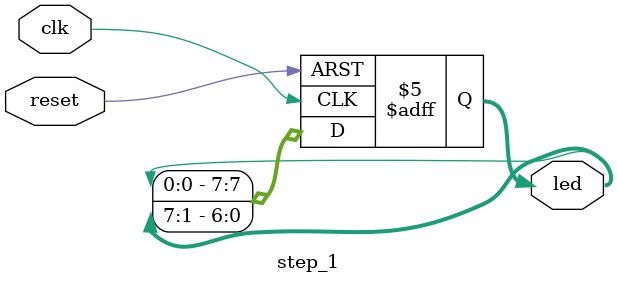
<source format=v>
module step_1(clk, reset, led);
	input clk;
	input reset;
	output reg[7:0] led=8'b10000000;
	
	initial begin
		led = 8'b10000000;
	end
	
	always @(posedge clk, negedge reset) begin
		if (!reset) begin
			led <= 8'b10000000; // Reset the shift register
		end
		else begin
			led <= {led[0], led[7:1]}; // Shift right
		end
	end
endmodule
</source>
